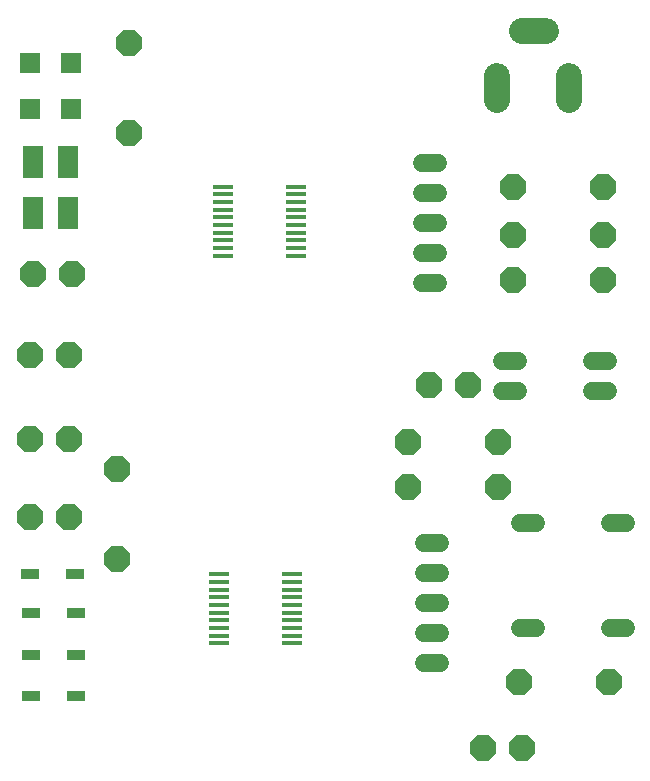
<source format=gts>
G75*
%MOIN*%
%OFA0B0*%
%FSLAX25Y25*%
%IPPOS*%
%LPD*%
%AMOC8*
5,1,8,0,0,1.08239X$1,22.5*
%
%ADD10R,0.06115X0.03753*%
%ADD11C,0.08674*%
%ADD12R,0.07099X0.01784*%
%ADD13R,0.06706X0.06706*%
%ADD14OC8,0.08800*%
%ADD15R,0.06706X0.11036*%
%ADD16C,0.06000*%
D10*
X0019520Y0034500D03*
X0019520Y0048000D03*
X0019520Y0062000D03*
X0019020Y0075000D03*
X0033980Y0075000D03*
X0034480Y0062000D03*
X0034480Y0048000D03*
X0034480Y0034500D03*
D11*
X0174795Y0233063D02*
X0174795Y0240937D01*
X0183063Y0255898D02*
X0190937Y0255898D01*
X0198811Y0240937D02*
X0198811Y0233063D01*
D12*
X0107748Y0204146D03*
X0107748Y0201587D03*
X0107748Y0199028D03*
X0107748Y0196469D03*
X0107748Y0193909D03*
X0107748Y0191350D03*
X0107748Y0188791D03*
X0107748Y0186232D03*
X0107748Y0183673D03*
X0107748Y0181114D03*
X0083339Y0181114D03*
X0083339Y0183673D03*
X0083339Y0186232D03*
X0083339Y0188791D03*
X0083339Y0191350D03*
X0083339Y0193909D03*
X0083339Y0196469D03*
X0083339Y0199028D03*
X0083339Y0201587D03*
X0083339Y0204146D03*
X0081945Y0074913D03*
X0081945Y0072354D03*
X0081945Y0069795D03*
X0081945Y0067236D03*
X0081945Y0064677D03*
X0081945Y0062118D03*
X0081945Y0059559D03*
X0081945Y0057000D03*
X0081945Y0054441D03*
X0081945Y0051882D03*
X0106354Y0051882D03*
X0106354Y0054441D03*
X0106354Y0057000D03*
X0106354Y0059559D03*
X0106354Y0062118D03*
X0106354Y0064677D03*
X0106354Y0067236D03*
X0106354Y0069795D03*
X0106354Y0072354D03*
X0106354Y0074913D03*
D13*
X0032890Y0230000D03*
X0019110Y0230000D03*
X0019110Y0245500D03*
X0032890Y0245500D03*
D14*
X0052000Y0252000D03*
X0052000Y0222000D03*
X0033000Y0175000D03*
X0020000Y0175000D03*
X0019000Y0148000D03*
X0032000Y0148000D03*
X0032000Y0120000D03*
X0019000Y0120000D03*
X0019000Y0094000D03*
X0032000Y0094000D03*
X0048000Y0080000D03*
X0048000Y0110000D03*
X0145000Y0104000D03*
X0145000Y0119000D03*
X0152000Y0138000D03*
X0165000Y0138000D03*
X0175000Y0119000D03*
X0175000Y0104000D03*
X0182000Y0039000D03*
X0183000Y0017000D03*
X0170000Y0017000D03*
X0212000Y0039000D03*
X0210000Y0173000D03*
X0210000Y0188000D03*
X0210000Y0204000D03*
X0180000Y0204000D03*
X0180000Y0188000D03*
X0180000Y0173000D03*
D15*
X0031906Y0195500D03*
X0020094Y0195500D03*
X0020094Y0212500D03*
X0031906Y0212500D03*
D16*
X0149900Y0212000D02*
X0155100Y0212000D01*
X0155100Y0202000D02*
X0149900Y0202000D01*
X0149900Y0192000D02*
X0155100Y0192000D01*
X0155100Y0182000D02*
X0149900Y0182000D01*
X0149900Y0172000D02*
X0155100Y0172000D01*
X0176400Y0146000D02*
X0181600Y0146000D01*
X0181600Y0136000D02*
X0176400Y0136000D01*
X0206400Y0136000D02*
X0211600Y0136000D01*
X0211600Y0146000D02*
X0206400Y0146000D01*
X0212400Y0092000D02*
X0217600Y0092000D01*
X0187600Y0092000D02*
X0182400Y0092000D01*
X0155600Y0085500D02*
X0150400Y0085500D01*
X0150400Y0075500D02*
X0155600Y0075500D01*
X0155600Y0065500D02*
X0150400Y0065500D01*
X0150400Y0055500D02*
X0155600Y0055500D01*
X0155600Y0045500D02*
X0150400Y0045500D01*
X0182400Y0057000D02*
X0187600Y0057000D01*
X0212400Y0057000D02*
X0217600Y0057000D01*
M02*

</source>
